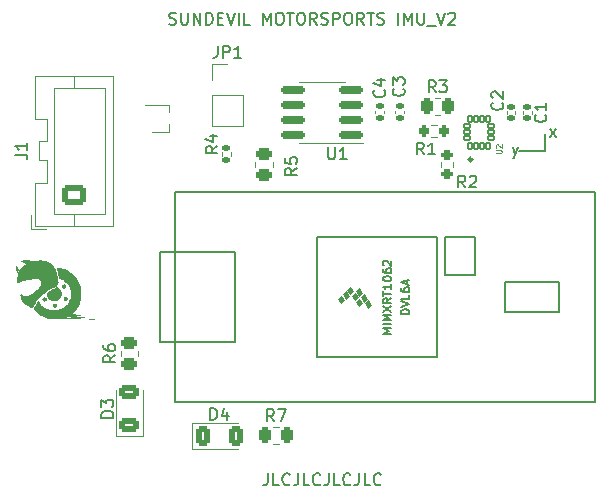
<source format=gto>
G04 #@! TF.GenerationSoftware,KiCad,Pcbnew,7.0.8*
G04 #@! TF.CreationDate,2023-12-02T16:39:51-07:00*
G04 #@! TF.ProjectId,IMUBox,494d5542-6f78-42e6-9b69-6361645f7063,v2*
G04 #@! TF.SameCoordinates,Original*
G04 #@! TF.FileFunction,Legend,Top*
G04 #@! TF.FilePolarity,Positive*
%FSLAX46Y46*%
G04 Gerber Fmt 4.6, Leading zero omitted, Abs format (unit mm)*
G04 Created by KiCad (PCBNEW 7.0.8) date 2023-12-02 16:39:51*
%MOMM*%
%LPD*%
G01*
G04 APERTURE LIST*
G04 Aperture macros list*
%AMRoundRect*
0 Rectangle with rounded corners*
0 $1 Rounding radius*
0 $2 $3 $4 $5 $6 $7 $8 $9 X,Y pos of 4 corners*
0 Add a 4 corners polygon primitive as box body*
4,1,4,$2,$3,$4,$5,$6,$7,$8,$9,$2,$3,0*
0 Add four circle primitives for the rounded corners*
1,1,$1+$1,$2,$3*
1,1,$1+$1,$4,$5*
1,1,$1+$1,$6,$7*
1,1,$1+$1,$8,$9*
0 Add four rect primitives between the rounded corners*
20,1,$1+$1,$2,$3,$4,$5,0*
20,1,$1+$1,$4,$5,$6,$7,0*
20,1,$1+$1,$6,$7,$8,$9,0*
20,1,$1+$1,$8,$9,$2,$3,0*%
G04 Aperture macros list end*
%ADD10C,0.150000*%
%ADD11C,0.120000*%
%ADD12C,0.280494*%
%ADD13C,0.100000*%
%ADD14RoundRect,0.150000X0.825000X0.150000X-0.825000X0.150000X-0.825000X-0.150000X0.825000X-0.150000X0*%
%ADD15RoundRect,0.140000X-0.170000X0.140000X-0.170000X-0.140000X0.170000X-0.140000X0.170000X0.140000X0*%
%ADD16R,1.700000X1.700000*%
%ADD17O,1.700000X1.700000*%
%ADD18RoundRect,0.200000X0.200000X0.275000X-0.200000X0.275000X-0.200000X-0.275000X0.200000X-0.275000X0*%
%ADD19RoundRect,0.250000X-0.450000X0.262500X-0.450000X-0.262500X0.450000X-0.262500X0.450000X0.262500X0*%
%ADD20RoundRect,0.200000X-0.275000X0.200000X-0.275000X-0.200000X0.275000X-0.200000X0.275000X0.200000X0*%
%ADD21RoundRect,0.140000X0.170000X-0.140000X0.170000X0.140000X-0.170000X0.140000X-0.170000X-0.140000X0*%
%ADD22RoundRect,0.250000X0.450000X-0.262500X0.450000X0.262500X-0.450000X0.262500X-0.450000X-0.262500X0*%
%ADD23RoundRect,0.250000X-0.375000X-0.625000X0.375000X-0.625000X0.375000X0.625000X-0.375000X0.625000X0*%
%ADD24RoundRect,0.250000X0.725000X-0.600000X0.725000X0.600000X-0.725000X0.600000X-0.725000X-0.600000X0*%
%ADD25O,1.950000X1.700000*%
%ADD26RoundRect,0.102000X0.150000X-0.240000X0.150000X0.240000X-0.150000X0.240000X-0.150000X-0.240000X0*%
%ADD27RoundRect,0.102000X0.240000X-0.150000X0.240000X0.150000X-0.240000X0.150000X-0.240000X-0.150000X0*%
%ADD28RoundRect,0.102000X-0.150000X0.240000X-0.150000X-0.240000X0.150000X-0.240000X0.150000X0.240000X0*%
%ADD29RoundRect,0.102000X-0.240000X0.150000X-0.240000X-0.150000X0.240000X-0.150000X0.240000X0.150000X0*%
%ADD30RoundRect,0.250000X-0.262500X-0.450000X0.262500X-0.450000X0.262500X0.450000X-0.262500X0.450000X0*%
%ADD31C,1.600000*%
%ADD32C,3.200000*%
%ADD33R,0.700000X0.450000*%
%ADD34RoundRect,0.250000X0.625000X-0.375000X0.625000X0.375000X-0.625000X0.375000X-0.625000X-0.375000X0*%
%ADD35RoundRect,0.135000X0.185000X-0.135000X0.185000X0.135000X-0.185000X0.135000X-0.185000X-0.135000X0*%
G04 APERTURE END LIST*
D10*
X157100000Y-48600000D02*
X154900000Y-48600000D01*
X157100000Y-48600000D02*
X157100000Y-47100000D01*
X157541541Y-47369819D02*
X158065350Y-46703152D01*
X157541541Y-46703152D02*
X158065350Y-47369819D01*
X154341541Y-48203152D02*
X154579636Y-48869819D01*
X154817731Y-48203152D02*
X154579636Y-48869819D01*
X154579636Y-48869819D02*
X154484398Y-49107914D01*
X154484398Y-49107914D02*
X154436779Y-49155533D01*
X154436779Y-49155533D02*
X154341541Y-49203152D01*
X133622493Y-75869819D02*
X133622493Y-76584104D01*
X133622493Y-76584104D02*
X133574874Y-76726961D01*
X133574874Y-76726961D02*
X133479636Y-76822200D01*
X133479636Y-76822200D02*
X133336779Y-76869819D01*
X133336779Y-76869819D02*
X133241541Y-76869819D01*
X134574874Y-76869819D02*
X134098684Y-76869819D01*
X134098684Y-76869819D02*
X134098684Y-75869819D01*
X135479636Y-76774580D02*
X135432017Y-76822200D01*
X135432017Y-76822200D02*
X135289160Y-76869819D01*
X135289160Y-76869819D02*
X135193922Y-76869819D01*
X135193922Y-76869819D02*
X135051065Y-76822200D01*
X135051065Y-76822200D02*
X134955827Y-76726961D01*
X134955827Y-76726961D02*
X134908208Y-76631723D01*
X134908208Y-76631723D02*
X134860589Y-76441247D01*
X134860589Y-76441247D02*
X134860589Y-76298390D01*
X134860589Y-76298390D02*
X134908208Y-76107914D01*
X134908208Y-76107914D02*
X134955827Y-76012676D01*
X134955827Y-76012676D02*
X135051065Y-75917438D01*
X135051065Y-75917438D02*
X135193922Y-75869819D01*
X135193922Y-75869819D02*
X135289160Y-75869819D01*
X135289160Y-75869819D02*
X135432017Y-75917438D01*
X135432017Y-75917438D02*
X135479636Y-75965057D01*
X136193922Y-75869819D02*
X136193922Y-76584104D01*
X136193922Y-76584104D02*
X136146303Y-76726961D01*
X136146303Y-76726961D02*
X136051065Y-76822200D01*
X136051065Y-76822200D02*
X135908208Y-76869819D01*
X135908208Y-76869819D02*
X135812970Y-76869819D01*
X137146303Y-76869819D02*
X136670113Y-76869819D01*
X136670113Y-76869819D02*
X136670113Y-75869819D01*
X138051065Y-76774580D02*
X138003446Y-76822200D01*
X138003446Y-76822200D02*
X137860589Y-76869819D01*
X137860589Y-76869819D02*
X137765351Y-76869819D01*
X137765351Y-76869819D02*
X137622494Y-76822200D01*
X137622494Y-76822200D02*
X137527256Y-76726961D01*
X137527256Y-76726961D02*
X137479637Y-76631723D01*
X137479637Y-76631723D02*
X137432018Y-76441247D01*
X137432018Y-76441247D02*
X137432018Y-76298390D01*
X137432018Y-76298390D02*
X137479637Y-76107914D01*
X137479637Y-76107914D02*
X137527256Y-76012676D01*
X137527256Y-76012676D02*
X137622494Y-75917438D01*
X137622494Y-75917438D02*
X137765351Y-75869819D01*
X137765351Y-75869819D02*
X137860589Y-75869819D01*
X137860589Y-75869819D02*
X138003446Y-75917438D01*
X138003446Y-75917438D02*
X138051065Y-75965057D01*
X138765351Y-75869819D02*
X138765351Y-76584104D01*
X138765351Y-76584104D02*
X138717732Y-76726961D01*
X138717732Y-76726961D02*
X138622494Y-76822200D01*
X138622494Y-76822200D02*
X138479637Y-76869819D01*
X138479637Y-76869819D02*
X138384399Y-76869819D01*
X139717732Y-76869819D02*
X139241542Y-76869819D01*
X139241542Y-76869819D02*
X139241542Y-75869819D01*
X140622494Y-76774580D02*
X140574875Y-76822200D01*
X140574875Y-76822200D02*
X140432018Y-76869819D01*
X140432018Y-76869819D02*
X140336780Y-76869819D01*
X140336780Y-76869819D02*
X140193923Y-76822200D01*
X140193923Y-76822200D02*
X140098685Y-76726961D01*
X140098685Y-76726961D02*
X140051066Y-76631723D01*
X140051066Y-76631723D02*
X140003447Y-76441247D01*
X140003447Y-76441247D02*
X140003447Y-76298390D01*
X140003447Y-76298390D02*
X140051066Y-76107914D01*
X140051066Y-76107914D02*
X140098685Y-76012676D01*
X140098685Y-76012676D02*
X140193923Y-75917438D01*
X140193923Y-75917438D02*
X140336780Y-75869819D01*
X140336780Y-75869819D02*
X140432018Y-75869819D01*
X140432018Y-75869819D02*
X140574875Y-75917438D01*
X140574875Y-75917438D02*
X140622494Y-75965057D01*
X141336780Y-75869819D02*
X141336780Y-76584104D01*
X141336780Y-76584104D02*
X141289161Y-76726961D01*
X141289161Y-76726961D02*
X141193923Y-76822200D01*
X141193923Y-76822200D02*
X141051066Y-76869819D01*
X141051066Y-76869819D02*
X140955828Y-76869819D01*
X142289161Y-76869819D02*
X141812971Y-76869819D01*
X141812971Y-76869819D02*
X141812971Y-75869819D01*
X143193923Y-76774580D02*
X143146304Y-76822200D01*
X143146304Y-76822200D02*
X143003447Y-76869819D01*
X143003447Y-76869819D02*
X142908209Y-76869819D01*
X142908209Y-76869819D02*
X142765352Y-76822200D01*
X142765352Y-76822200D02*
X142670114Y-76726961D01*
X142670114Y-76726961D02*
X142622495Y-76631723D01*
X142622495Y-76631723D02*
X142574876Y-76441247D01*
X142574876Y-76441247D02*
X142574876Y-76298390D01*
X142574876Y-76298390D02*
X142622495Y-76107914D01*
X142622495Y-76107914D02*
X142670114Y-76012676D01*
X142670114Y-76012676D02*
X142765352Y-75917438D01*
X142765352Y-75917438D02*
X142908209Y-75869819D01*
X142908209Y-75869819D02*
X143003447Y-75869819D01*
X143003447Y-75869819D02*
X143146304Y-75917438D01*
X143146304Y-75917438D02*
X143193923Y-75965057D01*
X125289160Y-37822200D02*
X125432017Y-37869819D01*
X125432017Y-37869819D02*
X125670112Y-37869819D01*
X125670112Y-37869819D02*
X125765350Y-37822200D01*
X125765350Y-37822200D02*
X125812969Y-37774580D01*
X125812969Y-37774580D02*
X125860588Y-37679342D01*
X125860588Y-37679342D02*
X125860588Y-37584104D01*
X125860588Y-37584104D02*
X125812969Y-37488866D01*
X125812969Y-37488866D02*
X125765350Y-37441247D01*
X125765350Y-37441247D02*
X125670112Y-37393628D01*
X125670112Y-37393628D02*
X125479636Y-37346009D01*
X125479636Y-37346009D02*
X125384398Y-37298390D01*
X125384398Y-37298390D02*
X125336779Y-37250771D01*
X125336779Y-37250771D02*
X125289160Y-37155533D01*
X125289160Y-37155533D02*
X125289160Y-37060295D01*
X125289160Y-37060295D02*
X125336779Y-36965057D01*
X125336779Y-36965057D02*
X125384398Y-36917438D01*
X125384398Y-36917438D02*
X125479636Y-36869819D01*
X125479636Y-36869819D02*
X125717731Y-36869819D01*
X125717731Y-36869819D02*
X125860588Y-36917438D01*
X126289160Y-36869819D02*
X126289160Y-37679342D01*
X126289160Y-37679342D02*
X126336779Y-37774580D01*
X126336779Y-37774580D02*
X126384398Y-37822200D01*
X126384398Y-37822200D02*
X126479636Y-37869819D01*
X126479636Y-37869819D02*
X126670112Y-37869819D01*
X126670112Y-37869819D02*
X126765350Y-37822200D01*
X126765350Y-37822200D02*
X126812969Y-37774580D01*
X126812969Y-37774580D02*
X126860588Y-37679342D01*
X126860588Y-37679342D02*
X126860588Y-36869819D01*
X127336779Y-37869819D02*
X127336779Y-36869819D01*
X127336779Y-36869819D02*
X127908207Y-37869819D01*
X127908207Y-37869819D02*
X127908207Y-36869819D01*
X128384398Y-37869819D02*
X128384398Y-36869819D01*
X128384398Y-36869819D02*
X128622493Y-36869819D01*
X128622493Y-36869819D02*
X128765350Y-36917438D01*
X128765350Y-36917438D02*
X128860588Y-37012676D01*
X128860588Y-37012676D02*
X128908207Y-37107914D01*
X128908207Y-37107914D02*
X128955826Y-37298390D01*
X128955826Y-37298390D02*
X128955826Y-37441247D01*
X128955826Y-37441247D02*
X128908207Y-37631723D01*
X128908207Y-37631723D02*
X128860588Y-37726961D01*
X128860588Y-37726961D02*
X128765350Y-37822200D01*
X128765350Y-37822200D02*
X128622493Y-37869819D01*
X128622493Y-37869819D02*
X128384398Y-37869819D01*
X129384398Y-37346009D02*
X129717731Y-37346009D01*
X129860588Y-37869819D02*
X129384398Y-37869819D01*
X129384398Y-37869819D02*
X129384398Y-36869819D01*
X129384398Y-36869819D02*
X129860588Y-36869819D01*
X130146303Y-36869819D02*
X130479636Y-37869819D01*
X130479636Y-37869819D02*
X130812969Y-36869819D01*
X131146303Y-37869819D02*
X131146303Y-36869819D01*
X132098683Y-37869819D02*
X131622493Y-37869819D01*
X131622493Y-37869819D02*
X131622493Y-36869819D01*
X133193922Y-37869819D02*
X133193922Y-36869819D01*
X133193922Y-36869819D02*
X133527255Y-37584104D01*
X133527255Y-37584104D02*
X133860588Y-36869819D01*
X133860588Y-36869819D02*
X133860588Y-37869819D01*
X134527255Y-36869819D02*
X134717731Y-36869819D01*
X134717731Y-36869819D02*
X134812969Y-36917438D01*
X134812969Y-36917438D02*
X134908207Y-37012676D01*
X134908207Y-37012676D02*
X134955826Y-37203152D01*
X134955826Y-37203152D02*
X134955826Y-37536485D01*
X134955826Y-37536485D02*
X134908207Y-37726961D01*
X134908207Y-37726961D02*
X134812969Y-37822200D01*
X134812969Y-37822200D02*
X134717731Y-37869819D01*
X134717731Y-37869819D02*
X134527255Y-37869819D01*
X134527255Y-37869819D02*
X134432017Y-37822200D01*
X134432017Y-37822200D02*
X134336779Y-37726961D01*
X134336779Y-37726961D02*
X134289160Y-37536485D01*
X134289160Y-37536485D02*
X134289160Y-37203152D01*
X134289160Y-37203152D02*
X134336779Y-37012676D01*
X134336779Y-37012676D02*
X134432017Y-36917438D01*
X134432017Y-36917438D02*
X134527255Y-36869819D01*
X135241541Y-36869819D02*
X135812969Y-36869819D01*
X135527255Y-37869819D02*
X135527255Y-36869819D01*
X136336779Y-36869819D02*
X136527255Y-36869819D01*
X136527255Y-36869819D02*
X136622493Y-36917438D01*
X136622493Y-36917438D02*
X136717731Y-37012676D01*
X136717731Y-37012676D02*
X136765350Y-37203152D01*
X136765350Y-37203152D02*
X136765350Y-37536485D01*
X136765350Y-37536485D02*
X136717731Y-37726961D01*
X136717731Y-37726961D02*
X136622493Y-37822200D01*
X136622493Y-37822200D02*
X136527255Y-37869819D01*
X136527255Y-37869819D02*
X136336779Y-37869819D01*
X136336779Y-37869819D02*
X136241541Y-37822200D01*
X136241541Y-37822200D02*
X136146303Y-37726961D01*
X136146303Y-37726961D02*
X136098684Y-37536485D01*
X136098684Y-37536485D02*
X136098684Y-37203152D01*
X136098684Y-37203152D02*
X136146303Y-37012676D01*
X136146303Y-37012676D02*
X136241541Y-36917438D01*
X136241541Y-36917438D02*
X136336779Y-36869819D01*
X137765350Y-37869819D02*
X137432017Y-37393628D01*
X137193922Y-37869819D02*
X137193922Y-36869819D01*
X137193922Y-36869819D02*
X137574874Y-36869819D01*
X137574874Y-36869819D02*
X137670112Y-36917438D01*
X137670112Y-36917438D02*
X137717731Y-36965057D01*
X137717731Y-36965057D02*
X137765350Y-37060295D01*
X137765350Y-37060295D02*
X137765350Y-37203152D01*
X137765350Y-37203152D02*
X137717731Y-37298390D01*
X137717731Y-37298390D02*
X137670112Y-37346009D01*
X137670112Y-37346009D02*
X137574874Y-37393628D01*
X137574874Y-37393628D02*
X137193922Y-37393628D01*
X138146303Y-37822200D02*
X138289160Y-37869819D01*
X138289160Y-37869819D02*
X138527255Y-37869819D01*
X138527255Y-37869819D02*
X138622493Y-37822200D01*
X138622493Y-37822200D02*
X138670112Y-37774580D01*
X138670112Y-37774580D02*
X138717731Y-37679342D01*
X138717731Y-37679342D02*
X138717731Y-37584104D01*
X138717731Y-37584104D02*
X138670112Y-37488866D01*
X138670112Y-37488866D02*
X138622493Y-37441247D01*
X138622493Y-37441247D02*
X138527255Y-37393628D01*
X138527255Y-37393628D02*
X138336779Y-37346009D01*
X138336779Y-37346009D02*
X138241541Y-37298390D01*
X138241541Y-37298390D02*
X138193922Y-37250771D01*
X138193922Y-37250771D02*
X138146303Y-37155533D01*
X138146303Y-37155533D02*
X138146303Y-37060295D01*
X138146303Y-37060295D02*
X138193922Y-36965057D01*
X138193922Y-36965057D02*
X138241541Y-36917438D01*
X138241541Y-36917438D02*
X138336779Y-36869819D01*
X138336779Y-36869819D02*
X138574874Y-36869819D01*
X138574874Y-36869819D02*
X138717731Y-36917438D01*
X139146303Y-37869819D02*
X139146303Y-36869819D01*
X139146303Y-36869819D02*
X139527255Y-36869819D01*
X139527255Y-36869819D02*
X139622493Y-36917438D01*
X139622493Y-36917438D02*
X139670112Y-36965057D01*
X139670112Y-36965057D02*
X139717731Y-37060295D01*
X139717731Y-37060295D02*
X139717731Y-37203152D01*
X139717731Y-37203152D02*
X139670112Y-37298390D01*
X139670112Y-37298390D02*
X139622493Y-37346009D01*
X139622493Y-37346009D02*
X139527255Y-37393628D01*
X139527255Y-37393628D02*
X139146303Y-37393628D01*
X140336779Y-36869819D02*
X140527255Y-36869819D01*
X140527255Y-36869819D02*
X140622493Y-36917438D01*
X140622493Y-36917438D02*
X140717731Y-37012676D01*
X140717731Y-37012676D02*
X140765350Y-37203152D01*
X140765350Y-37203152D02*
X140765350Y-37536485D01*
X140765350Y-37536485D02*
X140717731Y-37726961D01*
X140717731Y-37726961D02*
X140622493Y-37822200D01*
X140622493Y-37822200D02*
X140527255Y-37869819D01*
X140527255Y-37869819D02*
X140336779Y-37869819D01*
X140336779Y-37869819D02*
X140241541Y-37822200D01*
X140241541Y-37822200D02*
X140146303Y-37726961D01*
X140146303Y-37726961D02*
X140098684Y-37536485D01*
X140098684Y-37536485D02*
X140098684Y-37203152D01*
X140098684Y-37203152D02*
X140146303Y-37012676D01*
X140146303Y-37012676D02*
X140241541Y-36917438D01*
X140241541Y-36917438D02*
X140336779Y-36869819D01*
X141765350Y-37869819D02*
X141432017Y-37393628D01*
X141193922Y-37869819D02*
X141193922Y-36869819D01*
X141193922Y-36869819D02*
X141574874Y-36869819D01*
X141574874Y-36869819D02*
X141670112Y-36917438D01*
X141670112Y-36917438D02*
X141717731Y-36965057D01*
X141717731Y-36965057D02*
X141765350Y-37060295D01*
X141765350Y-37060295D02*
X141765350Y-37203152D01*
X141765350Y-37203152D02*
X141717731Y-37298390D01*
X141717731Y-37298390D02*
X141670112Y-37346009D01*
X141670112Y-37346009D02*
X141574874Y-37393628D01*
X141574874Y-37393628D02*
X141193922Y-37393628D01*
X142051065Y-36869819D02*
X142622493Y-36869819D01*
X142336779Y-37869819D02*
X142336779Y-36869819D01*
X142908208Y-37822200D02*
X143051065Y-37869819D01*
X143051065Y-37869819D02*
X143289160Y-37869819D01*
X143289160Y-37869819D02*
X143384398Y-37822200D01*
X143384398Y-37822200D02*
X143432017Y-37774580D01*
X143432017Y-37774580D02*
X143479636Y-37679342D01*
X143479636Y-37679342D02*
X143479636Y-37584104D01*
X143479636Y-37584104D02*
X143432017Y-37488866D01*
X143432017Y-37488866D02*
X143384398Y-37441247D01*
X143384398Y-37441247D02*
X143289160Y-37393628D01*
X143289160Y-37393628D02*
X143098684Y-37346009D01*
X143098684Y-37346009D02*
X143003446Y-37298390D01*
X143003446Y-37298390D02*
X142955827Y-37250771D01*
X142955827Y-37250771D02*
X142908208Y-37155533D01*
X142908208Y-37155533D02*
X142908208Y-37060295D01*
X142908208Y-37060295D02*
X142955827Y-36965057D01*
X142955827Y-36965057D02*
X143003446Y-36917438D01*
X143003446Y-36917438D02*
X143098684Y-36869819D01*
X143098684Y-36869819D02*
X143336779Y-36869819D01*
X143336779Y-36869819D02*
X143479636Y-36917438D01*
X144670113Y-37869819D02*
X144670113Y-36869819D01*
X145146303Y-37869819D02*
X145146303Y-36869819D01*
X145146303Y-36869819D02*
X145479636Y-37584104D01*
X145479636Y-37584104D02*
X145812969Y-36869819D01*
X145812969Y-36869819D02*
X145812969Y-37869819D01*
X146289160Y-36869819D02*
X146289160Y-37679342D01*
X146289160Y-37679342D02*
X146336779Y-37774580D01*
X146336779Y-37774580D02*
X146384398Y-37822200D01*
X146384398Y-37822200D02*
X146479636Y-37869819D01*
X146479636Y-37869819D02*
X146670112Y-37869819D01*
X146670112Y-37869819D02*
X146765350Y-37822200D01*
X146765350Y-37822200D02*
X146812969Y-37774580D01*
X146812969Y-37774580D02*
X146860588Y-37679342D01*
X146860588Y-37679342D02*
X146860588Y-36869819D01*
X147098684Y-37965057D02*
X147860588Y-37965057D01*
X147955827Y-36869819D02*
X148289160Y-37869819D01*
X148289160Y-37869819D02*
X148622493Y-36869819D01*
X148908208Y-36965057D02*
X148955827Y-36917438D01*
X148955827Y-36917438D02*
X149051065Y-36869819D01*
X149051065Y-36869819D02*
X149289160Y-36869819D01*
X149289160Y-36869819D02*
X149384398Y-36917438D01*
X149384398Y-36917438D02*
X149432017Y-36965057D01*
X149432017Y-36965057D02*
X149479636Y-37060295D01*
X149479636Y-37060295D02*
X149479636Y-37155533D01*
X149479636Y-37155533D02*
X149432017Y-37298390D01*
X149432017Y-37298390D02*
X148860589Y-37869819D01*
X148860589Y-37869819D02*
X149479636Y-37869819D01*
X138738095Y-48254819D02*
X138738095Y-49064342D01*
X138738095Y-49064342D02*
X138785714Y-49159580D01*
X138785714Y-49159580D02*
X138833333Y-49207200D01*
X138833333Y-49207200D02*
X138928571Y-49254819D01*
X138928571Y-49254819D02*
X139119047Y-49254819D01*
X139119047Y-49254819D02*
X139214285Y-49207200D01*
X139214285Y-49207200D02*
X139261904Y-49159580D01*
X139261904Y-49159580D02*
X139309523Y-49064342D01*
X139309523Y-49064342D02*
X139309523Y-48254819D01*
X140309523Y-49254819D02*
X139738095Y-49254819D01*
X140023809Y-49254819D02*
X140023809Y-48254819D01*
X140023809Y-48254819D02*
X139928571Y-48397676D01*
X139928571Y-48397676D02*
X139833333Y-48492914D01*
X139833333Y-48492914D02*
X139738095Y-48540533D01*
X157113330Y-45480416D02*
X157160950Y-45528035D01*
X157160950Y-45528035D02*
X157208569Y-45670892D01*
X157208569Y-45670892D02*
X157208569Y-45766130D01*
X157208569Y-45766130D02*
X157160950Y-45908987D01*
X157160950Y-45908987D02*
X157065711Y-46004225D01*
X157065711Y-46004225D02*
X156970473Y-46051844D01*
X156970473Y-46051844D02*
X156779997Y-46099463D01*
X156779997Y-46099463D02*
X156637140Y-46099463D01*
X156637140Y-46099463D02*
X156446664Y-46051844D01*
X156446664Y-46051844D02*
X156351426Y-46004225D01*
X156351426Y-46004225D02*
X156256188Y-45908987D01*
X156256188Y-45908987D02*
X156208569Y-45766130D01*
X156208569Y-45766130D02*
X156208569Y-45670892D01*
X156208569Y-45670892D02*
X156256188Y-45528035D01*
X156256188Y-45528035D02*
X156303807Y-45480416D01*
X157208569Y-44528035D02*
X157208569Y-45099463D01*
X157208569Y-44813749D02*
X156208569Y-44813749D01*
X156208569Y-44813749D02*
X156351426Y-44908987D01*
X156351426Y-44908987D02*
X156446664Y-45004225D01*
X156446664Y-45004225D02*
X156494283Y-45099463D01*
X129366666Y-39684819D02*
X129366666Y-40399104D01*
X129366666Y-40399104D02*
X129319047Y-40541961D01*
X129319047Y-40541961D02*
X129223809Y-40637200D01*
X129223809Y-40637200D02*
X129080952Y-40684819D01*
X129080952Y-40684819D02*
X128985714Y-40684819D01*
X129842857Y-40684819D02*
X129842857Y-39684819D01*
X129842857Y-39684819D02*
X130223809Y-39684819D01*
X130223809Y-39684819D02*
X130319047Y-39732438D01*
X130319047Y-39732438D02*
X130366666Y-39780057D01*
X130366666Y-39780057D02*
X130414285Y-39875295D01*
X130414285Y-39875295D02*
X130414285Y-40018152D01*
X130414285Y-40018152D02*
X130366666Y-40113390D01*
X130366666Y-40113390D02*
X130319047Y-40161009D01*
X130319047Y-40161009D02*
X130223809Y-40208628D01*
X130223809Y-40208628D02*
X129842857Y-40208628D01*
X131366666Y-40684819D02*
X130795238Y-40684819D01*
X131080952Y-40684819D02*
X131080952Y-39684819D01*
X131080952Y-39684819D02*
X130985714Y-39827676D01*
X130985714Y-39827676D02*
X130890476Y-39922914D01*
X130890476Y-39922914D02*
X130795238Y-39970533D01*
X146833333Y-48854819D02*
X146500000Y-48378628D01*
X146261905Y-48854819D02*
X146261905Y-47854819D01*
X146261905Y-47854819D02*
X146642857Y-47854819D01*
X146642857Y-47854819D02*
X146738095Y-47902438D01*
X146738095Y-47902438D02*
X146785714Y-47950057D01*
X146785714Y-47950057D02*
X146833333Y-48045295D01*
X146833333Y-48045295D02*
X146833333Y-48188152D01*
X146833333Y-48188152D02*
X146785714Y-48283390D01*
X146785714Y-48283390D02*
X146738095Y-48331009D01*
X146738095Y-48331009D02*
X146642857Y-48378628D01*
X146642857Y-48378628D02*
X146261905Y-48378628D01*
X147785714Y-48854819D02*
X147214286Y-48854819D01*
X147500000Y-48854819D02*
X147500000Y-47854819D01*
X147500000Y-47854819D02*
X147404762Y-47997676D01*
X147404762Y-47997676D02*
X147309524Y-48092914D01*
X147309524Y-48092914D02*
X147214286Y-48140533D01*
X136084819Y-50026666D02*
X135608628Y-50359999D01*
X136084819Y-50598094D02*
X135084819Y-50598094D01*
X135084819Y-50598094D02*
X135084819Y-50217142D01*
X135084819Y-50217142D02*
X135132438Y-50121904D01*
X135132438Y-50121904D02*
X135180057Y-50074285D01*
X135180057Y-50074285D02*
X135275295Y-50026666D01*
X135275295Y-50026666D02*
X135418152Y-50026666D01*
X135418152Y-50026666D02*
X135513390Y-50074285D01*
X135513390Y-50074285D02*
X135561009Y-50121904D01*
X135561009Y-50121904D02*
X135608628Y-50217142D01*
X135608628Y-50217142D02*
X135608628Y-50598094D01*
X135084819Y-49121904D02*
X135084819Y-49598094D01*
X135084819Y-49598094D02*
X135561009Y-49645713D01*
X135561009Y-49645713D02*
X135513390Y-49598094D01*
X135513390Y-49598094D02*
X135465771Y-49502856D01*
X135465771Y-49502856D02*
X135465771Y-49264761D01*
X135465771Y-49264761D02*
X135513390Y-49169523D01*
X135513390Y-49169523D02*
X135561009Y-49121904D01*
X135561009Y-49121904D02*
X135656247Y-49074285D01*
X135656247Y-49074285D02*
X135894342Y-49074285D01*
X135894342Y-49074285D02*
X135989580Y-49121904D01*
X135989580Y-49121904D02*
X136037200Y-49169523D01*
X136037200Y-49169523D02*
X136084819Y-49264761D01*
X136084819Y-49264761D02*
X136084819Y-49502856D01*
X136084819Y-49502856D02*
X136037200Y-49598094D01*
X136037200Y-49598094D02*
X135989580Y-49645713D01*
X143473330Y-43410416D02*
X143520950Y-43458035D01*
X143520950Y-43458035D02*
X143568569Y-43600892D01*
X143568569Y-43600892D02*
X143568569Y-43696130D01*
X143568569Y-43696130D02*
X143520950Y-43838987D01*
X143520950Y-43838987D02*
X143425711Y-43934225D01*
X143425711Y-43934225D02*
X143330473Y-43981844D01*
X143330473Y-43981844D02*
X143139997Y-44029463D01*
X143139997Y-44029463D02*
X142997140Y-44029463D01*
X142997140Y-44029463D02*
X142806664Y-43981844D01*
X142806664Y-43981844D02*
X142711426Y-43934225D01*
X142711426Y-43934225D02*
X142616188Y-43838987D01*
X142616188Y-43838987D02*
X142568569Y-43696130D01*
X142568569Y-43696130D02*
X142568569Y-43600892D01*
X142568569Y-43600892D02*
X142616188Y-43458035D01*
X142616188Y-43458035D02*
X142663807Y-43410416D01*
X142901902Y-42553273D02*
X143568569Y-42553273D01*
X142520950Y-42791368D02*
X143235235Y-43029463D01*
X143235235Y-43029463D02*
X143235235Y-42410416D01*
X150339583Y-51654819D02*
X150006250Y-51178628D01*
X149768155Y-51654819D02*
X149768155Y-50654819D01*
X149768155Y-50654819D02*
X150149107Y-50654819D01*
X150149107Y-50654819D02*
X150244345Y-50702438D01*
X150244345Y-50702438D02*
X150291964Y-50750057D01*
X150291964Y-50750057D02*
X150339583Y-50845295D01*
X150339583Y-50845295D02*
X150339583Y-50988152D01*
X150339583Y-50988152D02*
X150291964Y-51083390D01*
X150291964Y-51083390D02*
X150244345Y-51131009D01*
X150244345Y-51131009D02*
X150149107Y-51178628D01*
X150149107Y-51178628D02*
X149768155Y-51178628D01*
X150720536Y-50750057D02*
X150768155Y-50702438D01*
X150768155Y-50702438D02*
X150863393Y-50654819D01*
X150863393Y-50654819D02*
X151101488Y-50654819D01*
X151101488Y-50654819D02*
X151196726Y-50702438D01*
X151196726Y-50702438D02*
X151244345Y-50750057D01*
X151244345Y-50750057D02*
X151291964Y-50845295D01*
X151291964Y-50845295D02*
X151291964Y-50940533D01*
X151291964Y-50940533D02*
X151244345Y-51083390D01*
X151244345Y-51083390D02*
X150672917Y-51654819D01*
X150672917Y-51654819D02*
X151291964Y-51654819D01*
X153459580Y-44466666D02*
X153507200Y-44514285D01*
X153507200Y-44514285D02*
X153554819Y-44657142D01*
X153554819Y-44657142D02*
X153554819Y-44752380D01*
X153554819Y-44752380D02*
X153507200Y-44895237D01*
X153507200Y-44895237D02*
X153411961Y-44990475D01*
X153411961Y-44990475D02*
X153316723Y-45038094D01*
X153316723Y-45038094D02*
X153126247Y-45085713D01*
X153126247Y-45085713D02*
X152983390Y-45085713D01*
X152983390Y-45085713D02*
X152792914Y-45038094D01*
X152792914Y-45038094D02*
X152697676Y-44990475D01*
X152697676Y-44990475D02*
X152602438Y-44895237D01*
X152602438Y-44895237D02*
X152554819Y-44752380D01*
X152554819Y-44752380D02*
X152554819Y-44657142D01*
X152554819Y-44657142D02*
X152602438Y-44514285D01*
X152602438Y-44514285D02*
X152650057Y-44466666D01*
X152650057Y-44085713D02*
X152602438Y-44038094D01*
X152602438Y-44038094D02*
X152554819Y-43942856D01*
X152554819Y-43942856D02*
X152554819Y-43704761D01*
X152554819Y-43704761D02*
X152602438Y-43609523D01*
X152602438Y-43609523D02*
X152650057Y-43561904D01*
X152650057Y-43561904D02*
X152745295Y-43514285D01*
X152745295Y-43514285D02*
X152840533Y-43514285D01*
X152840533Y-43514285D02*
X152983390Y-43561904D01*
X152983390Y-43561904D02*
X153554819Y-44133332D01*
X153554819Y-44133332D02*
X153554819Y-43514285D01*
X120704819Y-65866666D02*
X120228628Y-66199999D01*
X120704819Y-66438094D02*
X119704819Y-66438094D01*
X119704819Y-66438094D02*
X119704819Y-66057142D01*
X119704819Y-66057142D02*
X119752438Y-65961904D01*
X119752438Y-65961904D02*
X119800057Y-65914285D01*
X119800057Y-65914285D02*
X119895295Y-65866666D01*
X119895295Y-65866666D02*
X120038152Y-65866666D01*
X120038152Y-65866666D02*
X120133390Y-65914285D01*
X120133390Y-65914285D02*
X120181009Y-65961904D01*
X120181009Y-65961904D02*
X120228628Y-66057142D01*
X120228628Y-66057142D02*
X120228628Y-66438094D01*
X119704819Y-65009523D02*
X119704819Y-65199999D01*
X119704819Y-65199999D02*
X119752438Y-65295237D01*
X119752438Y-65295237D02*
X119800057Y-65342856D01*
X119800057Y-65342856D02*
X119942914Y-65438094D01*
X119942914Y-65438094D02*
X120133390Y-65485713D01*
X120133390Y-65485713D02*
X120514342Y-65485713D01*
X120514342Y-65485713D02*
X120609580Y-65438094D01*
X120609580Y-65438094D02*
X120657200Y-65390475D01*
X120657200Y-65390475D02*
X120704819Y-65295237D01*
X120704819Y-65295237D02*
X120704819Y-65104761D01*
X120704819Y-65104761D02*
X120657200Y-65009523D01*
X120657200Y-65009523D02*
X120609580Y-64961904D01*
X120609580Y-64961904D02*
X120514342Y-64914285D01*
X120514342Y-64914285D02*
X120276247Y-64914285D01*
X120276247Y-64914285D02*
X120181009Y-64961904D01*
X120181009Y-64961904D02*
X120133390Y-65009523D01*
X120133390Y-65009523D02*
X120085771Y-65104761D01*
X120085771Y-65104761D02*
X120085771Y-65295237D01*
X120085771Y-65295237D02*
X120133390Y-65390475D01*
X120133390Y-65390475D02*
X120181009Y-65438094D01*
X120181009Y-65438094D02*
X120276247Y-65485713D01*
X145103330Y-43290416D02*
X145150950Y-43338035D01*
X145150950Y-43338035D02*
X145198569Y-43480892D01*
X145198569Y-43480892D02*
X145198569Y-43576130D01*
X145198569Y-43576130D02*
X145150950Y-43718987D01*
X145150950Y-43718987D02*
X145055711Y-43814225D01*
X145055711Y-43814225D02*
X144960473Y-43861844D01*
X144960473Y-43861844D02*
X144769997Y-43909463D01*
X144769997Y-43909463D02*
X144627140Y-43909463D01*
X144627140Y-43909463D02*
X144436664Y-43861844D01*
X144436664Y-43861844D02*
X144341426Y-43814225D01*
X144341426Y-43814225D02*
X144246188Y-43718987D01*
X144246188Y-43718987D02*
X144198569Y-43576130D01*
X144198569Y-43576130D02*
X144198569Y-43480892D01*
X144198569Y-43480892D02*
X144246188Y-43338035D01*
X144246188Y-43338035D02*
X144293807Y-43290416D01*
X144198569Y-42957082D02*
X144198569Y-42338035D01*
X144198569Y-42338035D02*
X144579521Y-42671368D01*
X144579521Y-42671368D02*
X144579521Y-42528511D01*
X144579521Y-42528511D02*
X144627140Y-42433273D01*
X144627140Y-42433273D02*
X144674759Y-42385654D01*
X144674759Y-42385654D02*
X144769997Y-42338035D01*
X144769997Y-42338035D02*
X145008092Y-42338035D01*
X145008092Y-42338035D02*
X145103330Y-42385654D01*
X145103330Y-42385654D02*
X145150950Y-42433273D01*
X145150950Y-42433273D02*
X145198569Y-42528511D01*
X145198569Y-42528511D02*
X145198569Y-42814225D01*
X145198569Y-42814225D02*
X145150950Y-42909463D01*
X145150950Y-42909463D02*
X145103330Y-42957082D01*
X128761905Y-71334819D02*
X128761905Y-70334819D01*
X128761905Y-70334819D02*
X129000000Y-70334819D01*
X129000000Y-70334819D02*
X129142857Y-70382438D01*
X129142857Y-70382438D02*
X129238095Y-70477676D01*
X129238095Y-70477676D02*
X129285714Y-70572914D01*
X129285714Y-70572914D02*
X129333333Y-70763390D01*
X129333333Y-70763390D02*
X129333333Y-70906247D01*
X129333333Y-70906247D02*
X129285714Y-71096723D01*
X129285714Y-71096723D02*
X129238095Y-71191961D01*
X129238095Y-71191961D02*
X129142857Y-71287200D01*
X129142857Y-71287200D02*
X129000000Y-71334819D01*
X129000000Y-71334819D02*
X128761905Y-71334819D01*
X130190476Y-70668152D02*
X130190476Y-71334819D01*
X129952381Y-70287200D02*
X129714286Y-71001485D01*
X129714286Y-71001485D02*
X130333333Y-71001485D01*
X112254819Y-48883333D02*
X112969104Y-48883333D01*
X112969104Y-48883333D02*
X113111961Y-48930952D01*
X113111961Y-48930952D02*
X113207200Y-49026190D01*
X113207200Y-49026190D02*
X113254819Y-49169047D01*
X113254819Y-49169047D02*
X113254819Y-49264285D01*
X113254819Y-47883333D02*
X113254819Y-48454761D01*
X113254819Y-48169047D02*
X112254819Y-48169047D01*
X112254819Y-48169047D02*
X112397676Y-48264285D01*
X112397676Y-48264285D02*
X112492914Y-48359523D01*
X112492914Y-48359523D02*
X112540533Y-48454761D01*
D11*
X152935817Y-48765714D02*
X153324388Y-48765714D01*
X153324388Y-48765714D02*
X153370102Y-48742857D01*
X153370102Y-48742857D02*
X153392960Y-48720000D01*
X153392960Y-48720000D02*
X153415817Y-48674285D01*
X153415817Y-48674285D02*
X153415817Y-48582857D01*
X153415817Y-48582857D02*
X153392960Y-48537142D01*
X153392960Y-48537142D02*
X153370102Y-48514285D01*
X153370102Y-48514285D02*
X153324388Y-48491428D01*
X153324388Y-48491428D02*
X152935817Y-48491428D01*
X152981531Y-48285714D02*
X152958674Y-48262857D01*
X152958674Y-48262857D02*
X152935817Y-48217143D01*
X152935817Y-48217143D02*
X152935817Y-48102857D01*
X152935817Y-48102857D02*
X152958674Y-48057143D01*
X152958674Y-48057143D02*
X152981531Y-48034285D01*
X152981531Y-48034285D02*
X153027245Y-48011428D01*
X153027245Y-48011428D02*
X153072960Y-48011428D01*
X153072960Y-48011428D02*
X153141531Y-48034285D01*
X153141531Y-48034285D02*
X153415817Y-48308571D01*
X153415817Y-48308571D02*
X153415817Y-48011428D01*
D10*
X147827083Y-43598569D02*
X147493750Y-43122378D01*
X147255655Y-43598569D02*
X147255655Y-42598569D01*
X147255655Y-42598569D02*
X147636607Y-42598569D01*
X147636607Y-42598569D02*
X147731845Y-42646188D01*
X147731845Y-42646188D02*
X147779464Y-42693807D01*
X147779464Y-42693807D02*
X147827083Y-42789045D01*
X147827083Y-42789045D02*
X147827083Y-42931902D01*
X147827083Y-42931902D02*
X147779464Y-43027140D01*
X147779464Y-43027140D02*
X147731845Y-43074759D01*
X147731845Y-43074759D02*
X147636607Y-43122378D01*
X147636607Y-43122378D02*
X147255655Y-43122378D01*
X148160417Y-42598569D02*
X148779464Y-42598569D01*
X148779464Y-42598569D02*
X148446131Y-42979521D01*
X148446131Y-42979521D02*
X148588988Y-42979521D01*
X148588988Y-42979521D02*
X148684226Y-43027140D01*
X148684226Y-43027140D02*
X148731845Y-43074759D01*
X148731845Y-43074759D02*
X148779464Y-43169997D01*
X148779464Y-43169997D02*
X148779464Y-43408092D01*
X148779464Y-43408092D02*
X148731845Y-43503330D01*
X148731845Y-43503330D02*
X148684226Y-43550950D01*
X148684226Y-43550950D02*
X148588988Y-43598569D01*
X148588988Y-43598569D02*
X148303274Y-43598569D01*
X148303274Y-43598569D02*
X148208036Y-43550950D01*
X148208036Y-43550950D02*
X148160417Y-43503330D01*
X144080033Y-64043333D02*
X143380033Y-64043333D01*
X143380033Y-64043333D02*
X143880033Y-63810000D01*
X143880033Y-63810000D02*
X143380033Y-63576666D01*
X143380033Y-63576666D02*
X144080033Y-63576666D01*
X144080033Y-63243333D02*
X143380033Y-63243333D01*
X144080033Y-62910000D02*
X143380033Y-62910000D01*
X143380033Y-62910000D02*
X143880033Y-62676667D01*
X143880033Y-62676667D02*
X143380033Y-62443333D01*
X143380033Y-62443333D02*
X144080033Y-62443333D01*
X143380033Y-62176667D02*
X144080033Y-61710000D01*
X143380033Y-61710000D02*
X144080033Y-62176667D01*
X144080033Y-61043333D02*
X143746700Y-61276666D01*
X144080033Y-61443333D02*
X143380033Y-61443333D01*
X143380033Y-61443333D02*
X143380033Y-61176666D01*
X143380033Y-61176666D02*
X143413366Y-61110000D01*
X143413366Y-61110000D02*
X143446700Y-61076666D01*
X143446700Y-61076666D02*
X143513366Y-61043333D01*
X143513366Y-61043333D02*
X143613366Y-61043333D01*
X143613366Y-61043333D02*
X143680033Y-61076666D01*
X143680033Y-61076666D02*
X143713366Y-61110000D01*
X143713366Y-61110000D02*
X143746700Y-61176666D01*
X143746700Y-61176666D02*
X143746700Y-61443333D01*
X143380033Y-60843333D02*
X143380033Y-60443333D01*
X144080033Y-60643333D02*
X143380033Y-60643333D01*
X144080033Y-59843333D02*
X144080033Y-60243333D01*
X144080033Y-60043333D02*
X143380033Y-60043333D01*
X143380033Y-60043333D02*
X143480033Y-60110000D01*
X143480033Y-60110000D02*
X143546700Y-60176667D01*
X143546700Y-60176667D02*
X143580033Y-60243333D01*
X143380033Y-59410000D02*
X143380033Y-59343333D01*
X143380033Y-59343333D02*
X143413366Y-59276666D01*
X143413366Y-59276666D02*
X143446700Y-59243333D01*
X143446700Y-59243333D02*
X143513366Y-59210000D01*
X143513366Y-59210000D02*
X143646700Y-59176666D01*
X143646700Y-59176666D02*
X143813366Y-59176666D01*
X143813366Y-59176666D02*
X143946700Y-59210000D01*
X143946700Y-59210000D02*
X144013366Y-59243333D01*
X144013366Y-59243333D02*
X144046700Y-59276666D01*
X144046700Y-59276666D02*
X144080033Y-59343333D01*
X144080033Y-59343333D02*
X144080033Y-59410000D01*
X144080033Y-59410000D02*
X144046700Y-59476666D01*
X144046700Y-59476666D02*
X144013366Y-59510000D01*
X144013366Y-59510000D02*
X143946700Y-59543333D01*
X143946700Y-59543333D02*
X143813366Y-59576666D01*
X143813366Y-59576666D02*
X143646700Y-59576666D01*
X143646700Y-59576666D02*
X143513366Y-59543333D01*
X143513366Y-59543333D02*
X143446700Y-59510000D01*
X143446700Y-59510000D02*
X143413366Y-59476666D01*
X143413366Y-59476666D02*
X143380033Y-59410000D01*
X143380033Y-58576666D02*
X143380033Y-58709999D01*
X143380033Y-58709999D02*
X143413366Y-58776666D01*
X143413366Y-58776666D02*
X143446700Y-58809999D01*
X143446700Y-58809999D02*
X143546700Y-58876666D01*
X143546700Y-58876666D02*
X143680033Y-58909999D01*
X143680033Y-58909999D02*
X143946700Y-58909999D01*
X143946700Y-58909999D02*
X144013366Y-58876666D01*
X144013366Y-58876666D02*
X144046700Y-58843333D01*
X144046700Y-58843333D02*
X144080033Y-58776666D01*
X144080033Y-58776666D02*
X144080033Y-58643333D01*
X144080033Y-58643333D02*
X144046700Y-58576666D01*
X144046700Y-58576666D02*
X144013366Y-58543333D01*
X144013366Y-58543333D02*
X143946700Y-58509999D01*
X143946700Y-58509999D02*
X143780033Y-58509999D01*
X143780033Y-58509999D02*
X143713366Y-58543333D01*
X143713366Y-58543333D02*
X143680033Y-58576666D01*
X143680033Y-58576666D02*
X143646700Y-58643333D01*
X143646700Y-58643333D02*
X143646700Y-58776666D01*
X143646700Y-58776666D02*
X143680033Y-58843333D01*
X143680033Y-58843333D02*
X143713366Y-58876666D01*
X143713366Y-58876666D02*
X143780033Y-58909999D01*
X143446700Y-58243332D02*
X143413366Y-58209999D01*
X143413366Y-58209999D02*
X143380033Y-58143332D01*
X143380033Y-58143332D02*
X143380033Y-57976666D01*
X143380033Y-57976666D02*
X143413366Y-57909999D01*
X143413366Y-57909999D02*
X143446700Y-57876666D01*
X143446700Y-57876666D02*
X143513366Y-57843332D01*
X143513366Y-57843332D02*
X143580033Y-57843332D01*
X143580033Y-57843332D02*
X143680033Y-57876666D01*
X143680033Y-57876666D02*
X144080033Y-58276666D01*
X144080033Y-58276666D02*
X144080033Y-57843332D01*
X145604033Y-62360000D02*
X144904033Y-62360000D01*
X144904033Y-62360000D02*
X144904033Y-62193333D01*
X144904033Y-62193333D02*
X144937366Y-62093333D01*
X144937366Y-62093333D02*
X145004033Y-62026667D01*
X145004033Y-62026667D02*
X145070700Y-61993333D01*
X145070700Y-61993333D02*
X145204033Y-61960000D01*
X145204033Y-61960000D02*
X145304033Y-61960000D01*
X145304033Y-61960000D02*
X145437366Y-61993333D01*
X145437366Y-61993333D02*
X145504033Y-62026667D01*
X145504033Y-62026667D02*
X145570700Y-62093333D01*
X145570700Y-62093333D02*
X145604033Y-62193333D01*
X145604033Y-62193333D02*
X145604033Y-62360000D01*
X144904033Y-61760000D02*
X145604033Y-61526667D01*
X145604033Y-61526667D02*
X144904033Y-61293333D01*
X145604033Y-60726667D02*
X145604033Y-61060000D01*
X145604033Y-61060000D02*
X144904033Y-61060000D01*
X144904033Y-60193333D02*
X144904033Y-60326666D01*
X144904033Y-60326666D02*
X144937366Y-60393333D01*
X144937366Y-60393333D02*
X144970700Y-60426666D01*
X144970700Y-60426666D02*
X145070700Y-60493333D01*
X145070700Y-60493333D02*
X145204033Y-60526666D01*
X145204033Y-60526666D02*
X145470700Y-60526666D01*
X145470700Y-60526666D02*
X145537366Y-60493333D01*
X145537366Y-60493333D02*
X145570700Y-60460000D01*
X145570700Y-60460000D02*
X145604033Y-60393333D01*
X145604033Y-60393333D02*
X145604033Y-60260000D01*
X145604033Y-60260000D02*
X145570700Y-60193333D01*
X145570700Y-60193333D02*
X145537366Y-60160000D01*
X145537366Y-60160000D02*
X145470700Y-60126666D01*
X145470700Y-60126666D02*
X145304033Y-60126666D01*
X145304033Y-60126666D02*
X145237366Y-60160000D01*
X145237366Y-60160000D02*
X145204033Y-60193333D01*
X145204033Y-60193333D02*
X145170700Y-60260000D01*
X145170700Y-60260000D02*
X145170700Y-60393333D01*
X145170700Y-60393333D02*
X145204033Y-60460000D01*
X145204033Y-60460000D02*
X145237366Y-60493333D01*
X145237366Y-60493333D02*
X145304033Y-60526666D01*
X145404033Y-59859999D02*
X145404033Y-59526666D01*
X145604033Y-59926666D02*
X144904033Y-59693333D01*
X144904033Y-59693333D02*
X145604033Y-59459999D01*
X134143333Y-71444819D02*
X133810000Y-70968628D01*
X133571905Y-71444819D02*
X133571905Y-70444819D01*
X133571905Y-70444819D02*
X133952857Y-70444819D01*
X133952857Y-70444819D02*
X134048095Y-70492438D01*
X134048095Y-70492438D02*
X134095714Y-70540057D01*
X134095714Y-70540057D02*
X134143333Y-70635295D01*
X134143333Y-70635295D02*
X134143333Y-70778152D01*
X134143333Y-70778152D02*
X134095714Y-70873390D01*
X134095714Y-70873390D02*
X134048095Y-70921009D01*
X134048095Y-70921009D02*
X133952857Y-70968628D01*
X133952857Y-70968628D02*
X133571905Y-70968628D01*
X134476667Y-70444819D02*
X135143333Y-70444819D01*
X135143333Y-70444819D02*
X134714762Y-71444819D01*
X120534819Y-71138094D02*
X119534819Y-71138094D01*
X119534819Y-71138094D02*
X119534819Y-70899999D01*
X119534819Y-70899999D02*
X119582438Y-70757142D01*
X119582438Y-70757142D02*
X119677676Y-70661904D01*
X119677676Y-70661904D02*
X119772914Y-70614285D01*
X119772914Y-70614285D02*
X119963390Y-70566666D01*
X119963390Y-70566666D02*
X120106247Y-70566666D01*
X120106247Y-70566666D02*
X120296723Y-70614285D01*
X120296723Y-70614285D02*
X120391961Y-70661904D01*
X120391961Y-70661904D02*
X120487200Y-70757142D01*
X120487200Y-70757142D02*
X120534819Y-70899999D01*
X120534819Y-70899999D02*
X120534819Y-71138094D01*
X119534819Y-70233332D02*
X119534819Y-69614285D01*
X119534819Y-69614285D02*
X119915771Y-69947618D01*
X119915771Y-69947618D02*
X119915771Y-69804761D01*
X119915771Y-69804761D02*
X119963390Y-69709523D01*
X119963390Y-69709523D02*
X120011009Y-69661904D01*
X120011009Y-69661904D02*
X120106247Y-69614285D01*
X120106247Y-69614285D02*
X120344342Y-69614285D01*
X120344342Y-69614285D02*
X120439580Y-69661904D01*
X120439580Y-69661904D02*
X120487200Y-69709523D01*
X120487200Y-69709523D02*
X120534819Y-69804761D01*
X120534819Y-69804761D02*
X120534819Y-70090475D01*
X120534819Y-70090475D02*
X120487200Y-70185713D01*
X120487200Y-70185713D02*
X120439580Y-70233332D01*
X129354819Y-48166666D02*
X128878628Y-48499999D01*
X129354819Y-48738094D02*
X128354819Y-48738094D01*
X128354819Y-48738094D02*
X128354819Y-48357142D01*
X128354819Y-48357142D02*
X128402438Y-48261904D01*
X128402438Y-48261904D02*
X128450057Y-48214285D01*
X128450057Y-48214285D02*
X128545295Y-48166666D01*
X128545295Y-48166666D02*
X128688152Y-48166666D01*
X128688152Y-48166666D02*
X128783390Y-48214285D01*
X128783390Y-48214285D02*
X128831009Y-48261904D01*
X128831009Y-48261904D02*
X128878628Y-48357142D01*
X128878628Y-48357142D02*
X128878628Y-48738094D01*
X128688152Y-47309523D02*
X129354819Y-47309523D01*
X128307200Y-47547618D02*
X129021485Y-47785713D01*
X129021485Y-47785713D02*
X129021485Y-47166666D01*
D11*
X138200000Y-47860000D02*
X141650000Y-47860000D01*
X138200000Y-47860000D02*
X136250000Y-47860000D01*
X138200000Y-42740000D02*
X140150000Y-42740000D01*
X138200000Y-42740000D02*
X136250000Y-42740000D01*
X155953750Y-45205914D02*
X155953750Y-45421586D01*
X155233750Y-45205914D02*
X155233750Y-45421586D01*
X128870000Y-41230000D02*
X130200000Y-41230000D01*
X128870000Y-42560000D02*
X128870000Y-41230000D01*
X128870000Y-43830000D02*
X128870000Y-46430000D01*
X128870000Y-43830000D02*
X131530000Y-43830000D01*
X128870000Y-46430000D02*
X131530000Y-46430000D01*
X131530000Y-43830000D02*
X131530000Y-46430000D01*
X147931008Y-47416250D02*
X147456492Y-47416250D01*
X147931008Y-46371250D02*
X147456492Y-46371250D01*
X134035000Y-49485436D02*
X134035000Y-49939564D01*
X132565000Y-49485436D02*
X132565000Y-49939564D01*
X143453750Y-45165914D02*
X143453750Y-45381586D01*
X142733750Y-45165914D02*
X142733750Y-45381586D01*
X149322500Y-49462742D02*
X149322500Y-49937258D01*
X148277500Y-49462742D02*
X148277500Y-49937258D01*
X153833750Y-45421586D02*
X153833750Y-45205914D01*
X154553750Y-45421586D02*
X154553750Y-45205914D01*
X121165000Y-65927064D02*
X121165000Y-65472936D01*
X122635000Y-65927064D02*
X122635000Y-65472936D01*
X145153750Y-45165914D02*
X145153750Y-45381586D01*
X144433750Y-45165914D02*
X144433750Y-45381586D01*
X127215000Y-71565000D02*
X127215000Y-73835000D01*
X127215000Y-73835000D02*
X131100000Y-73835000D01*
X131100000Y-71565000D02*
X127215000Y-71565000D01*
X113590000Y-55210000D02*
X114840000Y-55210000D01*
X113890000Y-54910000D02*
X120510000Y-54910000D01*
X117200000Y-54910000D02*
X117200000Y-53900000D01*
X120510000Y-54910000D02*
X120510000Y-42190000D01*
X113590000Y-53960000D02*
X113590000Y-55210000D01*
X115500000Y-53900000D02*
X119800000Y-53900000D01*
X119800000Y-53900000D02*
X119800000Y-43200000D01*
X113890000Y-51250000D02*
X113890000Y-54910000D01*
X114890000Y-51250000D02*
X113890000Y-51250000D01*
X114290000Y-49350000D02*
X114890000Y-49350000D01*
X114890000Y-49350000D02*
X114890000Y-51250000D01*
X114290000Y-47750000D02*
X114290000Y-49350000D01*
X114890000Y-47750000D02*
X114290000Y-47750000D01*
X113890000Y-45850000D02*
X114890000Y-45850000D01*
X114890000Y-45850000D02*
X114890000Y-47750000D01*
X115500000Y-43200000D02*
X115500000Y-53900000D01*
X119800000Y-43200000D02*
X115500000Y-43200000D01*
X113890000Y-42190000D02*
X113890000Y-45850000D01*
X117200000Y-42190000D02*
X117200000Y-43200000D01*
X120510000Y-42190000D02*
X113890000Y-42190000D01*
D12*
X150933997Y-49293750D02*
G75*
G03*
X150933997Y-49293750I-140247J0D01*
G01*
D11*
X147766686Y-44058750D02*
X148220814Y-44058750D01*
X147766686Y-45528750D02*
X148220814Y-45528750D01*
D10*
X124460000Y-57150000D02*
X125730000Y-57150000D01*
X124460000Y-64770000D02*
X124460000Y-57150000D01*
X125730000Y-52070000D02*
X161290000Y-52070000D01*
X125730000Y-64770000D02*
X124460000Y-64770000D01*
X125730000Y-69850000D02*
X125730000Y-52070000D01*
X130810000Y-57150000D02*
X125730000Y-57150000D01*
X130810000Y-64770000D02*
X125730000Y-64770000D01*
X130810000Y-64770000D02*
X130810000Y-57150000D01*
X137795000Y-55880000D02*
X137795000Y-66040000D01*
X147955000Y-55880000D02*
X137795000Y-55880000D01*
X147955000Y-66040000D02*
X137795000Y-66040000D01*
X147955000Y-66040000D02*
X147955000Y-55880000D01*
X148590000Y-55880000D02*
X151130000Y-55880000D01*
X148590000Y-59055000D02*
X148590000Y-55880000D01*
X151130000Y-55880000D02*
X151130000Y-59055000D01*
X151130000Y-59055000D02*
X148590000Y-59055000D01*
X153670000Y-59690000D02*
X158242000Y-59690000D01*
X153670000Y-62230000D02*
X153670000Y-59690000D01*
X158242000Y-59690000D02*
X158242000Y-62230000D01*
X158242000Y-62230000D02*
X153670000Y-62230000D01*
X161290000Y-52070000D02*
X161290000Y-69850000D01*
X161290000Y-69850000D02*
X125730000Y-69850000D01*
D13*
X140081000Y-61214000D02*
X139827000Y-61468000D01*
X139573000Y-61087000D01*
X139827000Y-60833000D01*
X140081000Y-61214000D01*
G36*
X140081000Y-61214000D02*
G01*
X139827000Y-61468000D01*
X139573000Y-61087000D01*
X139827000Y-60833000D01*
X140081000Y-61214000D01*
G37*
X140462000Y-60833000D02*
X140208000Y-61087000D01*
X139954000Y-60706000D01*
X140208000Y-60452000D01*
X140462000Y-60833000D01*
G36*
X140462000Y-60833000D02*
G01*
X140208000Y-61087000D01*
X139954000Y-60706000D01*
X140208000Y-60452000D01*
X140462000Y-60833000D01*
G37*
X140843000Y-60452000D02*
X140589000Y-60706000D01*
X140335000Y-60325000D01*
X140589000Y-60071000D01*
X140843000Y-60452000D01*
G36*
X140843000Y-60452000D02*
G01*
X140589000Y-60706000D01*
X140335000Y-60325000D01*
X140589000Y-60071000D01*
X140843000Y-60452000D01*
G37*
X141224000Y-60960000D02*
X140970000Y-61214000D01*
X140716000Y-60833000D01*
X140970000Y-60579000D01*
X141224000Y-60960000D01*
G36*
X141224000Y-60960000D02*
G01*
X140970000Y-61214000D01*
X140716000Y-60833000D01*
X140970000Y-60579000D01*
X141224000Y-60960000D01*
G37*
X141605000Y-60579000D02*
X141351000Y-60833000D01*
X141097000Y-60452000D01*
X141351000Y-60198000D01*
X141605000Y-60579000D01*
G36*
X141605000Y-60579000D02*
G01*
X141351000Y-60833000D01*
X141097000Y-60452000D01*
X141351000Y-60198000D01*
X141605000Y-60579000D01*
G37*
X141605000Y-61468000D02*
X141351000Y-61722000D01*
X141097000Y-61341000D01*
X141351000Y-61087000D01*
X141605000Y-61468000D01*
G36*
X141605000Y-61468000D02*
G01*
X141351000Y-61722000D01*
X141097000Y-61341000D01*
X141351000Y-61087000D01*
X141605000Y-61468000D01*
G37*
X141986000Y-61087000D02*
X141732000Y-61341000D01*
X141478000Y-60960000D01*
X141732000Y-60706000D01*
X141986000Y-61087000D01*
G36*
X141986000Y-61087000D02*
G01*
X141732000Y-61341000D01*
X141478000Y-60960000D01*
X141732000Y-60706000D01*
X141986000Y-61087000D01*
G37*
X142367000Y-61595000D02*
X142113000Y-61849000D01*
X141859000Y-61468000D01*
X142113000Y-61214000D01*
X142367000Y-61595000D01*
G36*
X142367000Y-61595000D02*
G01*
X142113000Y-61849000D01*
X141859000Y-61468000D01*
X142113000Y-61214000D01*
X142367000Y-61595000D01*
G37*
D11*
X134082936Y-71905000D02*
X134537064Y-71905000D01*
X134082936Y-73375000D02*
X134537064Y-73375000D01*
G36*
X112392799Y-58218578D02*
G01*
X112410280Y-58307446D01*
X112435195Y-58384398D01*
X112467242Y-58448871D01*
X112506118Y-58500302D01*
X112551520Y-58538127D01*
X112570379Y-58548795D01*
X112606057Y-58566613D01*
X112581960Y-58601638D01*
X112539213Y-58673452D01*
X112500821Y-58758519D01*
X112466402Y-58857717D01*
X112458296Y-58885094D01*
X112454842Y-58894043D01*
X112450137Y-58895018D01*
X112441989Y-58886416D01*
X112428207Y-58866634D01*
X112423568Y-58859667D01*
X112369442Y-58765796D01*
X112330296Y-58670259D01*
X112306198Y-58573790D01*
X112297213Y-58477120D01*
X112303410Y-58380982D01*
X112324856Y-58286108D01*
X112361616Y-58193230D01*
X112362413Y-58191592D01*
X112382858Y-58149716D01*
X112392799Y-58218578D01*
G37*
G36*
X115665919Y-61486519D02*
G01*
X115708228Y-61503605D01*
X115745738Y-61531982D01*
X115776062Y-61571822D01*
X115784075Y-61587494D01*
X115798669Y-61636245D01*
X115799373Y-61684844D01*
X115787552Y-61730927D01*
X115764569Y-61772127D01*
X115731787Y-61806079D01*
X115690570Y-61830417D01*
X115642282Y-61842776D01*
X115636630Y-61843300D01*
X115608713Y-61843985D01*
X115584282Y-61842136D01*
X115574942Y-61840125D01*
X115524353Y-61816544D01*
X115484296Y-61783417D01*
X115455862Y-61742662D01*
X115440142Y-61696199D01*
X115438225Y-61645946D01*
X115445057Y-61611613D01*
X115465997Y-61564518D01*
X115496470Y-61527694D01*
X115534087Y-61501312D01*
X115576460Y-61485542D01*
X115621200Y-61480555D01*
X115665919Y-61486519D01*
G37*
G36*
X114782008Y-60961024D02*
G01*
X114828121Y-60980913D01*
X114865814Y-61013721D01*
X114890975Y-61052216D01*
X114907524Y-61101405D01*
X114910010Y-61151258D01*
X114899398Y-61199114D01*
X114876655Y-61242307D01*
X114842747Y-61278175D01*
X114799805Y-61303572D01*
X114767073Y-61311877D01*
X114726899Y-61314508D01*
X114686442Y-61311350D01*
X114662194Y-61305765D01*
X114629972Y-61288800D01*
X114598814Y-61260964D01*
X114572816Y-61226715D01*
X114556073Y-61190511D01*
X114555946Y-61190085D01*
X114547146Y-61156196D01*
X114544611Y-61129782D01*
X114548558Y-61103909D01*
X114559204Y-61071645D01*
X114559690Y-61070343D01*
X114584695Y-61024229D01*
X114620348Y-60988870D01*
X114664968Y-60965418D01*
X114716877Y-60955025D01*
X114728408Y-60954611D01*
X114782008Y-60961024D01*
G37*
G36*
X116461711Y-59875008D02*
G01*
X116499055Y-59897249D01*
X116519730Y-59915786D01*
X116550952Y-59956885D01*
X116568701Y-60002172D01*
X116573637Y-60049172D01*
X116566420Y-60095408D01*
X116547711Y-60138407D01*
X116518169Y-60175693D01*
X116478456Y-60204790D01*
X116438327Y-60220924D01*
X116410510Y-60227365D01*
X116387440Y-60228448D01*
X116362489Y-60223788D01*
X116334383Y-60214860D01*
X116285832Y-60190805D01*
X116249033Y-60156639D01*
X116224550Y-60113165D01*
X116212949Y-60061184D01*
X116212039Y-60041559D01*
X116213072Y-60009908D01*
X116217876Y-59986417D01*
X116228367Y-59963729D01*
X116235374Y-59951952D01*
X116268795Y-59909581D01*
X116308306Y-59881345D01*
X116354863Y-59866619D01*
X116368756Y-59864880D01*
X116419577Y-59864657D01*
X116461711Y-59875008D01*
G37*
G36*
X116594372Y-60914285D02*
G01*
X116637749Y-60938639D01*
X116658648Y-60957377D01*
X116688139Y-60997880D01*
X116704147Y-61044240D01*
X116707875Y-61086394D01*
X116700761Y-61138993D01*
X116680248Y-61184679D01*
X116647584Y-61221774D01*
X116604012Y-61248596D01*
X116581559Y-61256755D01*
X116544396Y-61265827D01*
X116514346Y-61267555D01*
X116484739Y-61261963D01*
X116470031Y-61257152D01*
X116430995Y-61238788D01*
X116399318Y-61212587D01*
X116375950Y-61183592D01*
X116362886Y-61162602D01*
X116355223Y-61141828D01*
X116351188Y-61115191D01*
X116349766Y-61093765D01*
X116351150Y-61045908D01*
X116362012Y-61007067D01*
X116384248Y-60972595D01*
X116409863Y-60946511D01*
X116451510Y-60918741D01*
X116498188Y-60904202D01*
X116546830Y-60902761D01*
X116594372Y-60914285D01*
G37*
G36*
X115778457Y-60068014D02*
G01*
X115799855Y-60074232D01*
X115819500Y-60080686D01*
X115890555Y-60113159D01*
X115956808Y-60159270D01*
X116016985Y-60217431D01*
X116069814Y-60286059D01*
X116114023Y-60363567D01*
X116148337Y-60448370D01*
X116166039Y-60512328D01*
X116175013Y-60567840D01*
X116179407Y-60630870D01*
X116179284Y-60696180D01*
X116174709Y-60758534D01*
X116165748Y-60812693D01*
X116162169Y-60826714D01*
X116146027Y-60874983D01*
X116124633Y-60926609D01*
X116100669Y-60975719D01*
X116076817Y-61016444D01*
X116072867Y-61022253D01*
X116047459Y-61054225D01*
X116013802Y-61090625D01*
X115976467Y-61126948D01*
X115940027Y-61158692D01*
X115915810Y-61176940D01*
X115835446Y-61224324D01*
X115752857Y-61257812D01*
X115665868Y-61277968D01*
X115572304Y-61285354D01*
X115504676Y-61283428D01*
X115411439Y-61269696D01*
X115322368Y-61241856D01*
X115238920Y-61201104D01*
X115162556Y-61148636D01*
X115094733Y-61085648D01*
X115036913Y-61013337D01*
X114990554Y-60932898D01*
X114957115Y-60845530D01*
X114953139Y-60831283D01*
X114946267Y-60795040D01*
X114941775Y-60750153D01*
X114939752Y-60701512D01*
X114940284Y-60654007D01*
X114943459Y-60612527D01*
X114948727Y-60584112D01*
X114954928Y-60567638D01*
X114964920Y-60551760D01*
X114980547Y-60534753D01*
X115003648Y-60514891D01*
X115036067Y-60490447D01*
X115079645Y-60459696D01*
X115086681Y-60454830D01*
X115167880Y-60403048D01*
X115263481Y-60349748D01*
X115372404Y-60295521D01*
X115414398Y-60276010D01*
X115503806Y-60232909D01*
X115581212Y-60190444D01*
X115650018Y-60146632D01*
X115702779Y-60108025D01*
X115728242Y-60089001D01*
X115749659Y-60074392D01*
X115763673Y-60066433D01*
X115766525Y-60065611D01*
X115778457Y-60068014D01*
G37*
G36*
X113217139Y-57800919D02*
G01*
X113293057Y-57807372D01*
X113316366Y-57810934D01*
X113431233Y-57838796D01*
X113541951Y-57881600D01*
X113648093Y-57939108D01*
X113749235Y-58011087D01*
X113844949Y-58097301D01*
X113856888Y-58109456D01*
X113885411Y-58139786D01*
X113911995Y-58169643D01*
X113933482Y-58195386D01*
X113945823Y-58211981D01*
X113958614Y-58230857D01*
X113967562Y-58242886D01*
X113969918Y-58245186D01*
X113970943Y-58239035D01*
X113966212Y-58223393D01*
X113957466Y-58202484D01*
X113946446Y-58180527D01*
X113936400Y-58163911D01*
X113915504Y-58137158D01*
X113885575Y-58103963D01*
X113849890Y-58067504D01*
X113811729Y-58030960D01*
X113774370Y-57997509D01*
X113741093Y-57970331D01*
X113724215Y-57958201D01*
X113699909Y-57940792D01*
X113686230Y-57928162D01*
X113684609Y-57921664D01*
X113685195Y-57921393D01*
X113722044Y-57910523D01*
X113771259Y-57898861D01*
X113829642Y-57886970D01*
X113893992Y-57875410D01*
X113961108Y-57864743D01*
X114027791Y-57855530D01*
X114090840Y-57848334D01*
X114113965Y-57846176D01*
X114162321Y-57842893D01*
X114220139Y-57840407D01*
X114284376Y-57838718D01*
X114351988Y-57837825D01*
X114419934Y-57837729D01*
X114485169Y-57838430D01*
X114544650Y-57839928D01*
X114595336Y-57842222D01*
X114634182Y-57845314D01*
X114641341Y-57846166D01*
X114775017Y-57868451D01*
X114897662Y-57899472D01*
X115011762Y-57940122D01*
X115119799Y-57991292D01*
X115224258Y-58053874D01*
X115229371Y-58057278D01*
X115320891Y-58125716D01*
X115407137Y-58204339D01*
X115485742Y-58290469D01*
X115554339Y-58381429D01*
X115610558Y-58474539D01*
X115626601Y-58506566D01*
X115657308Y-58578133D01*
X115688377Y-58663280D01*
X115719325Y-58759983D01*
X115749669Y-58866219D01*
X115778927Y-58979965D01*
X115806615Y-59099197D01*
X115832253Y-59221893D01*
X115855356Y-59346027D01*
X115875443Y-59469578D01*
X115892030Y-59590521D01*
X115898605Y-59647028D01*
X115903221Y-59690537D01*
X115905953Y-59721716D01*
X115906733Y-59743758D01*
X115905495Y-59759852D01*
X115902170Y-59773191D01*
X115896692Y-59786964D01*
X115895599Y-59789451D01*
X115859522Y-59854131D01*
X115808963Y-59918842D01*
X115745033Y-59982634D01*
X115668844Y-60044555D01*
X115581508Y-60103655D01*
X115484137Y-60158982D01*
X115434359Y-60183825D01*
X115387564Y-60206359D01*
X115340511Y-60229299D01*
X115297100Y-60250724D01*
X115261229Y-60268713D01*
X115242941Y-60278104D01*
X115103231Y-60357042D01*
X114959687Y-60449697D01*
X114813607Y-60555031D01*
X114666292Y-60672004D01*
X114519039Y-60799576D01*
X114373149Y-60936707D01*
X114229922Y-61082356D01*
X114205227Y-61108644D01*
X114147670Y-61171004D01*
X114100191Y-61224244D01*
X114061631Y-61270102D01*
X114030836Y-61310320D01*
X114006648Y-61346639D01*
X113987911Y-61380799D01*
X113973468Y-61414541D01*
X113962164Y-61449606D01*
X113952841Y-61487733D01*
X113952585Y-61488919D01*
X113943169Y-61525442D01*
X113930969Y-61554880D01*
X113912594Y-61584568D01*
X113901092Y-61600388D01*
X113884250Y-61621325D01*
X113860633Y-61648570D01*
X113832096Y-61680194D01*
X113800495Y-61714266D01*
X113767687Y-61748856D01*
X113735528Y-61782035D01*
X113705872Y-61811872D01*
X113680577Y-61836437D01*
X113661499Y-61853801D01*
X113650492Y-61862033D01*
X113649093Y-61862438D01*
X113637311Y-61858715D01*
X113619268Y-61850303D01*
X113617841Y-61849554D01*
X113567464Y-61822120D01*
X113507480Y-61788226D01*
X113440358Y-61749366D01*
X113368566Y-61707034D01*
X113294574Y-61662724D01*
X113220851Y-61617930D01*
X113149865Y-61574145D01*
X113084087Y-61532864D01*
X113025983Y-61495581D01*
X112978025Y-61463788D01*
X112961550Y-61452467D01*
X112917691Y-61421273D01*
X112885003Y-61396063D01*
X112861412Y-61374532D01*
X112844843Y-61354371D01*
X112833221Y-61333275D01*
X112824474Y-61308937D01*
X112820841Y-61296005D01*
X112815145Y-61274702D01*
X112806020Y-61240704D01*
X112794108Y-61196403D01*
X112780053Y-61144190D01*
X112764499Y-61086458D01*
X112748089Y-61025596D01*
X112742167Y-61003645D01*
X112726527Y-60944973D01*
X112712495Y-60890962D01*
X112700534Y-60843502D01*
X112691105Y-60804487D01*
X112684673Y-60775807D01*
X112681699Y-60759354D01*
X112681654Y-60756305D01*
X112691481Y-60747021D01*
X112712087Y-60735885D01*
X112739075Y-60724754D01*
X112768043Y-60715483D01*
X112789992Y-60710603D01*
X112805475Y-60708740D01*
X112818150Y-60710233D01*
X112831578Y-60716860D01*
X112849320Y-60730397D01*
X112874938Y-60752624D01*
X112875935Y-60753505D01*
X112934162Y-60800167D01*
X112992075Y-60837471D01*
X113047736Y-60864506D01*
X113099211Y-60880361D01*
X113144564Y-60884124D01*
X113152037Y-60883434D01*
X113190230Y-60875262D01*
X113239241Y-60859384D01*
X113296934Y-60836832D01*
X113361172Y-60808635D01*
X113429816Y-60775824D01*
X113500730Y-60739428D01*
X113571777Y-60700478D01*
X113640819Y-60660005D01*
X113705718Y-60619038D01*
X113719410Y-60609940D01*
X113834563Y-60528158D01*
X113951192Y-60436890D01*
X114066462Y-60338719D01*
X114177536Y-60236234D01*
X114281578Y-60132021D01*
X114375752Y-60028666D01*
X114434836Y-59957517D01*
X114467938Y-59915834D01*
X114462822Y-59791745D01*
X114458275Y-59721126D01*
X114450405Y-59663542D01*
X114438227Y-59616577D01*
X114420756Y-59577817D01*
X114397010Y-59544846D01*
X114366002Y-59515248D01*
X114343005Y-59497751D01*
X114307848Y-59475966D01*
X114268867Y-59458545D01*
X114224265Y-59445194D01*
X114172239Y-59435621D01*
X114110992Y-59429535D01*
X114038723Y-59426641D01*
X113953633Y-59426648D01*
X113910828Y-59427516D01*
X113730094Y-59435867D01*
X113556273Y-59451937D01*
X113386659Y-59476297D01*
X113218545Y-59509518D01*
X113049227Y-59552170D01*
X112875999Y-59604826D01*
X112696154Y-59668056D01*
X112604126Y-59703335D01*
X112558889Y-59720899D01*
X112518170Y-59736301D01*
X112484363Y-59748670D01*
X112459858Y-59757132D01*
X112447050Y-59760816D01*
X112446188Y-59760905D01*
X112433324Y-59754736D01*
X112427390Y-59747201D01*
X112420537Y-59726269D01*
X112414539Y-59692253D01*
X112409484Y-59647678D01*
X112405459Y-59595067D01*
X112402553Y-59536945D01*
X112400854Y-59475836D01*
X112400449Y-59414263D01*
X112401425Y-59354751D01*
X112403871Y-59299823D01*
X112407875Y-59252003D01*
X112409658Y-59237435D01*
X112431312Y-59110925D01*
X112461380Y-58986895D01*
X112498986Y-58867732D01*
X112543254Y-58755821D01*
X112593308Y-58653545D01*
X112648273Y-58563291D01*
X112666718Y-58537389D01*
X112744464Y-58442892D01*
X112833748Y-58352482D01*
X112930482Y-58270064D01*
X112997896Y-58220942D01*
X113046538Y-58187909D01*
X113101707Y-58216360D01*
X113177690Y-58263430D01*
X113242213Y-58320556D01*
X113295660Y-58388235D01*
X113338412Y-58466963D01*
X113370852Y-58557237D01*
X113374353Y-58569924D01*
X113384205Y-58604357D01*
X113394350Y-58635777D01*
X113403117Y-58659141D01*
X113405929Y-58665229D01*
X113427517Y-58693798D01*
X113458483Y-58718897D01*
X113492644Y-58735684D01*
X113497890Y-58737247D01*
X113513741Y-58741022D01*
X113516156Y-58739786D01*
X113509366Y-58734978D01*
X113481902Y-58715274D01*
X113457999Y-58693953D01*
X113442362Y-58675286D01*
X113441020Y-58672979D01*
X113435305Y-58658594D01*
X113427145Y-58633423D01*
X113417915Y-58601833D01*
X113413577Y-58585925D01*
X113377019Y-58470220D01*
X113331877Y-58366560D01*
X113277316Y-58273424D01*
X113212501Y-58189288D01*
X113172954Y-58147071D01*
X113091708Y-58076242D01*
X113002736Y-58017965D01*
X112907637Y-57973016D01*
X112808014Y-57942171D01*
X112719348Y-57927456D01*
X112692526Y-57924087D01*
X112671381Y-57920212D01*
X112662393Y-57917459D01*
X112663481Y-57912258D01*
X112677285Y-57903580D01*
X112701515Y-57892305D01*
X112733884Y-57879315D01*
X112772100Y-57865490D01*
X112813875Y-57851709D01*
X112856918Y-57838853D01*
X112889546Y-57830123D01*
X112964768Y-57815031D01*
X113047862Y-57804980D01*
X113133696Y-57800199D01*
X113217139Y-57800919D01*
G37*
G36*
X115740651Y-58443547D02*
G01*
X115772337Y-58445590D01*
X115811082Y-58448746D01*
X115854066Y-58452766D01*
X115898471Y-58457399D01*
X115941478Y-58462395D01*
X115980269Y-58467504D01*
X115985994Y-58468330D01*
X116143679Y-58498617D01*
X116302687Y-58543097D01*
X116460674Y-58600769D01*
X116615300Y-58670636D01*
X116764221Y-58751698D01*
X116905096Y-58842957D01*
X116961559Y-58884283D01*
X117103001Y-59001250D01*
X117234067Y-59129156D01*
X117354148Y-59267000D01*
X117462635Y-59413784D01*
X117558918Y-59568509D01*
X117642388Y-59730175D01*
X117712434Y-59897784D01*
X117768447Y-60070336D01*
X117809818Y-60246832D01*
X117816927Y-60286285D01*
X117838074Y-60454138D01*
X117845608Y-60626919D01*
X117839847Y-60802474D01*
X117821106Y-60978652D01*
X117789703Y-61153298D01*
X117745953Y-61324259D01*
X117690173Y-61489381D01*
X117622681Y-61646512D01*
X117614481Y-61663365D01*
X117532382Y-61814518D01*
X117440780Y-61954057D01*
X117340023Y-62081525D01*
X117230462Y-62196467D01*
X117151264Y-62267111D01*
X117128432Y-62287261D01*
X117111987Y-62303959D01*
X117104329Y-62314662D01*
X117104387Y-62316841D01*
X117116566Y-62323065D01*
X117143094Y-62332325D01*
X117183041Y-62344383D01*
X117235475Y-62359005D01*
X117299467Y-62375953D01*
X117374086Y-62394994D01*
X117458401Y-62415889D01*
X117551481Y-62438404D01*
X117652397Y-62462302D01*
X117760216Y-62487348D01*
X117874010Y-62513305D01*
X117920571Y-62523795D01*
X117974017Y-62535877D01*
X118021974Y-62546876D01*
X118062479Y-62556328D01*
X118093564Y-62563769D01*
X118113266Y-62568737D01*
X118119641Y-62570753D01*
X118111739Y-62570582D01*
X118089495Y-62569493D01*
X118054161Y-62567559D01*
X118006990Y-62564856D01*
X117949233Y-62561457D01*
X117882143Y-62557436D01*
X117806972Y-62552869D01*
X117724972Y-62547828D01*
X117637396Y-62542389D01*
X117571048Y-62538233D01*
X117444571Y-62530282D01*
X117333044Y-62523279D01*
X117235817Y-62517201D01*
X117152244Y-62512026D01*
X117081678Y-62507730D01*
X117023471Y-62504290D01*
X116976976Y-62501683D01*
X116941545Y-62499886D01*
X116916532Y-62498877D01*
X116901289Y-62498631D01*
X116895168Y-62499127D01*
X116897523Y-62500341D01*
X116907706Y-62502249D01*
X116925070Y-62504830D01*
X116948967Y-62508060D01*
X116978751Y-62511915D01*
X117013773Y-62516374D01*
X117036020Y-62519200D01*
X117081239Y-62524975D01*
X117137883Y-62532247D01*
X117201880Y-62540491D01*
X117269160Y-62549182D01*
X117335652Y-62557796D01*
X117371978Y-62562514D01*
X117430399Y-62570105D01*
X117500711Y-62579234D01*
X117579309Y-62589432D01*
X117662586Y-62600232D01*
X117746937Y-62611166D01*
X117828756Y-62621767D01*
X117879822Y-62628380D01*
X117957893Y-62638491D01*
X118040813Y-62649233D01*
X118124991Y-62660141D01*
X118206836Y-62670749D01*
X118282759Y-62680593D01*
X118349169Y-62689208D01*
X118386375Y-62694036D01*
X118453913Y-62702976D01*
X118509072Y-62710639D01*
X118551405Y-62716943D01*
X118580466Y-62721803D01*
X118595806Y-62725138D01*
X118596981Y-62726866D01*
X118583543Y-62726903D01*
X118555046Y-62725167D01*
X118554309Y-62725112D01*
X118536746Y-62724121D01*
X118505476Y-62722680D01*
X118462408Y-62720866D01*
X118409452Y-62718753D01*
X118348517Y-62716417D01*
X118281513Y-62713934D01*
X118210351Y-62711379D01*
X118176715Y-62710199D01*
X118021754Y-62704787D01*
X117869542Y-62699436D01*
X117720911Y-62694177D01*
X117576692Y-62689040D01*
X117437717Y-62684056D01*
X117304817Y-62679255D01*
X117178822Y-62674670D01*
X117060564Y-62670329D01*
X116950875Y-62666265D01*
X116850585Y-62662507D01*
X116760525Y-62659087D01*
X116681528Y-62656035D01*
X116614423Y-62653382D01*
X116560043Y-62651158D01*
X116519218Y-62649394D01*
X116492780Y-62648122D01*
X116485446Y-62647695D01*
X116455234Y-62646129D01*
X116432605Y-62645780D01*
X116420745Y-62646654D01*
X116419868Y-62647572D01*
X116428185Y-62648803D01*
X116450906Y-62650999D01*
X116486849Y-62654068D01*
X116534826Y-62657922D01*
X116593653Y-62662471D01*
X116662145Y-62667624D01*
X116739118Y-62673291D01*
X116823385Y-62679384D01*
X116913762Y-62685811D01*
X117009063Y-62692483D01*
X117040759Y-62694680D01*
X117142332Y-62701710D01*
X117243005Y-62708692D01*
X117341150Y-62715515D01*
X117435139Y-62722062D01*
X117523344Y-62728221D01*
X117604137Y-62733879D01*
X117675889Y-62738920D01*
X117736973Y-62743231D01*
X117785760Y-62746698D01*
X117820622Y-62749208D01*
X117821224Y-62749252D01*
X117858422Y-62751925D01*
X117909322Y-62755522D01*
X117972036Y-62759912D01*
X118044676Y-62764966D01*
X118125354Y-62770552D01*
X118212182Y-62776540D01*
X118303272Y-62782799D01*
X118396735Y-62789198D01*
X118490685Y-62795606D01*
X118500954Y-62796305D01*
X118589565Y-62802362D01*
X118673829Y-62808172D01*
X118752409Y-62813641D01*
X118823971Y-62818673D01*
X118887177Y-62823173D01*
X118940693Y-62827046D01*
X118983184Y-62830195D01*
X119013313Y-62832527D01*
X119029746Y-62833944D01*
X119032236Y-62834243D01*
X119032685Y-62834745D01*
X119027893Y-62835191D01*
X119017376Y-62835580D01*
X119000648Y-62835911D01*
X118977224Y-62836184D01*
X118946620Y-62836397D01*
X118908350Y-62836549D01*
X118861929Y-62836641D01*
X118806872Y-62836670D01*
X118742695Y-62836636D01*
X118668912Y-62836538D01*
X118585039Y-62836376D01*
X118490589Y-62836148D01*
X118385079Y-62835854D01*
X118268022Y-62835492D01*
X118138935Y-62835063D01*
X117997332Y-62834564D01*
X117842728Y-62833995D01*
X117674639Y-62833356D01*
X117492578Y-62832645D01*
X117296061Y-62831862D01*
X117084603Y-62831006D01*
X116993048Y-62830631D01*
X116804737Y-62829845D01*
X116631345Y-62829082D01*
X116472166Y-62828328D01*
X116326494Y-62827567D01*
X116193621Y-62826784D01*
X116072841Y-62825964D01*
X115963449Y-62825092D01*
X115864737Y-62824153D01*
X115775999Y-62823132D01*
X115696528Y-62822013D01*
X115625618Y-62820781D01*
X115562562Y-62819422D01*
X115506654Y-62817920D01*
X115457188Y-62816261D01*
X115413456Y-62814428D01*
X115374752Y-62812407D01*
X115340371Y-62810182D01*
X115309605Y-62807739D01*
X115281747Y-62805063D01*
X115256092Y-62802137D01*
X115231933Y-62798948D01*
X115208563Y-62795480D01*
X115186686Y-62791953D01*
X115010904Y-62756074D01*
X114843581Y-62708417D01*
X114685193Y-62649297D01*
X114536218Y-62579031D01*
X114397132Y-62497932D01*
X114268412Y-62406317D01*
X114150537Y-62304500D01*
X114043982Y-62192798D01*
X113949225Y-62071525D01*
X113866743Y-61940997D01*
X113848344Y-61907419D01*
X113807758Y-61831141D01*
X113858152Y-61778505D01*
X113906142Y-61727598D01*
X113944131Y-61685061D01*
X113973565Y-61648624D01*
X113995885Y-61616016D01*
X114012537Y-61584967D01*
X114024963Y-61553206D01*
X114034607Y-61518463D01*
X114040303Y-61492024D01*
X114049348Y-61452461D01*
X114060054Y-61421450D01*
X114075295Y-61391963D01*
X114091771Y-61366110D01*
X114111102Y-61339758D01*
X114134775Y-61311262D01*
X114160494Y-61282936D01*
X114185961Y-61257095D01*
X114208879Y-61236052D01*
X114226950Y-61222122D01*
X114237876Y-61217617D01*
X114238872Y-61217963D01*
X114245457Y-61227527D01*
X114253296Y-61245998D01*
X114255119Y-61251339D01*
X114266532Y-61280661D01*
X114284256Y-61319296D01*
X114306263Y-61363343D01*
X114330526Y-61408900D01*
X114355016Y-61452067D01*
X114377707Y-61488941D01*
X114381854Y-61495221D01*
X114460026Y-61600658D01*
X114544827Y-61692814D01*
X114638034Y-61773265D01*
X114741424Y-61843584D01*
X114830543Y-61892542D01*
X114931617Y-61936302D01*
X115043883Y-61972689D01*
X115164594Y-62001396D01*
X115291006Y-62022118D01*
X115420371Y-62034547D01*
X115549945Y-62038375D01*
X115676981Y-62033298D01*
X115798734Y-62019006D01*
X115860166Y-62007595D01*
X115999159Y-61970304D01*
X116132243Y-61919105D01*
X116258549Y-61854861D01*
X116377208Y-61778435D01*
X116487350Y-61690691D01*
X116588106Y-61592492D01*
X116678607Y-61484701D01*
X116757982Y-61368182D01*
X116825364Y-61243799D01*
X116879881Y-61112413D01*
X116920665Y-60974890D01*
X116926715Y-60948478D01*
X116943107Y-60854072D01*
X116953179Y-60752619D01*
X116956868Y-60648623D01*
X116954114Y-60546591D01*
X116944855Y-60451028D01*
X116934355Y-60389849D01*
X116903780Y-60272183D01*
X116861922Y-60153958D01*
X116810591Y-60039341D01*
X116751598Y-59932497D01*
X116705217Y-59862473D01*
X116643523Y-59784713D01*
X116570574Y-59706422D01*
X116490177Y-59631226D01*
X116406138Y-59562751D01*
X116344571Y-59519019D01*
X116290224Y-59486401D01*
X116225242Y-59452897D01*
X116154337Y-59420568D01*
X116082219Y-59391472D01*
X116013599Y-59367668D01*
X115969548Y-59355101D01*
X115938296Y-59347203D01*
X115912898Y-59180984D01*
X115896034Y-59076356D01*
X115879024Y-58983893D01*
X115860967Y-58900152D01*
X115840962Y-58821690D01*
X115818108Y-58745064D01*
X115791503Y-58666831D01*
X115760247Y-58583549D01*
X115749107Y-58555249D01*
X115734314Y-58517240D01*
X115722208Y-58484613D01*
X115713714Y-58459986D01*
X115709756Y-58445977D01*
X115709728Y-58443804D01*
X115718842Y-58442869D01*
X115740651Y-58443547D01*
G37*
X123820000Y-46960000D02*
X125230000Y-46960000D01*
X125230000Y-44640000D02*
X123200000Y-44640000D01*
X125230000Y-44640000D02*
X125230000Y-45300000D01*
X125230000Y-46300000D02*
X125230000Y-46960000D01*
X120765000Y-72685000D02*
X123035000Y-72685000D01*
X123035000Y-72685000D02*
X123035000Y-68800000D01*
X120765000Y-68800000D02*
X120765000Y-72685000D01*
X129720000Y-48988641D02*
X129720000Y-48681359D01*
X130480000Y-48988641D02*
X130480000Y-48681359D01*
%LPC*%
D14*
X140675000Y-47205000D03*
X140675000Y-45935000D03*
X140675000Y-44665000D03*
X140675000Y-43395000D03*
X135725000Y-43395000D03*
X135725000Y-44665000D03*
X135725000Y-45935000D03*
X135725000Y-47205000D03*
D15*
X155593750Y-44833750D03*
X155593750Y-45793750D03*
D16*
X130200000Y-42560000D03*
D17*
X130200000Y-45100000D03*
D18*
X148518750Y-46893750D03*
X146868750Y-46893750D03*
D19*
X133300000Y-48800000D03*
X133300000Y-50625000D03*
D15*
X143093750Y-44793750D03*
X143093750Y-45753750D03*
D20*
X148800000Y-48875000D03*
X148800000Y-50525000D03*
D21*
X154193750Y-45793750D03*
X154193750Y-44833750D03*
D22*
X121900000Y-66612500D03*
X121900000Y-64787500D03*
D15*
X144793750Y-44793750D03*
X144793750Y-45753750D03*
D23*
X128100000Y-72700000D03*
X130900000Y-72700000D03*
D24*
X117200000Y-52300000D03*
D25*
X117200000Y-49800000D03*
X117200000Y-47300000D03*
X117200000Y-44800000D03*
D26*
X150743750Y-48156250D03*
X151243750Y-48156250D03*
X151743750Y-48156250D03*
X152243750Y-48156250D03*
D27*
X152493750Y-47493750D03*
X152493750Y-46993750D03*
X152493750Y-46493750D03*
D28*
X152243750Y-45831250D03*
X151743750Y-45831250D03*
X151243750Y-45831250D03*
X150743750Y-45831250D03*
D29*
X150493750Y-46493750D03*
X150493750Y-46993750D03*
X150493750Y-47493750D03*
D30*
X147081250Y-44793750D03*
X148906250Y-44793750D03*
D31*
X127000000Y-68580000D03*
X129540000Y-68580000D03*
X132080000Y-68580000D03*
X134620000Y-68580000D03*
X137160000Y-68580000D03*
X139700000Y-68580000D03*
X142240000Y-68580000D03*
X144780000Y-68580000D03*
X147320000Y-68580000D03*
X149860000Y-68580000D03*
X152400000Y-68580000D03*
X154940000Y-68580000D03*
X157480000Y-68580000D03*
X160020000Y-68580000D03*
X160020000Y-66040000D03*
X160020000Y-63500000D03*
X160020000Y-60960000D03*
X160020000Y-58420000D03*
X160020000Y-55880000D03*
X160020000Y-53340000D03*
X157480000Y-53340000D03*
X154940000Y-53340000D03*
X152400000Y-53340000D03*
X149860000Y-53340000D03*
X147320000Y-53340000D03*
X144780000Y-53340000D03*
X142240000Y-53340000D03*
X139700000Y-53340000D03*
X137160000Y-53340000D03*
X134620000Y-53340000D03*
X132080000Y-53340000D03*
X129540000Y-53340000D03*
X127000000Y-53340000D03*
X129540000Y-55880000D03*
X154940000Y-55880000D03*
X152400000Y-55880000D03*
X154940000Y-58420000D03*
X152400000Y-58420000D03*
X154940000Y-60960000D03*
X152400000Y-60960000D03*
X154940000Y-63500000D03*
X152400000Y-63500000D03*
X154940000Y-66040000D03*
X152400000Y-66040000D03*
D30*
X133397500Y-72640000D03*
X135222500Y-72640000D03*
D32*
X159000000Y-38000000D03*
D33*
X123500000Y-45150000D03*
X123500000Y-46450000D03*
X125500000Y-45800000D03*
D34*
X121900000Y-71800000D03*
X121900000Y-69000000D03*
D32*
X159000000Y-75000000D03*
X114000000Y-38000000D03*
D35*
X130100000Y-49345000D03*
X130100000Y-48325000D03*
D32*
X114000000Y-75000000D03*
%LPD*%
M02*

</source>
